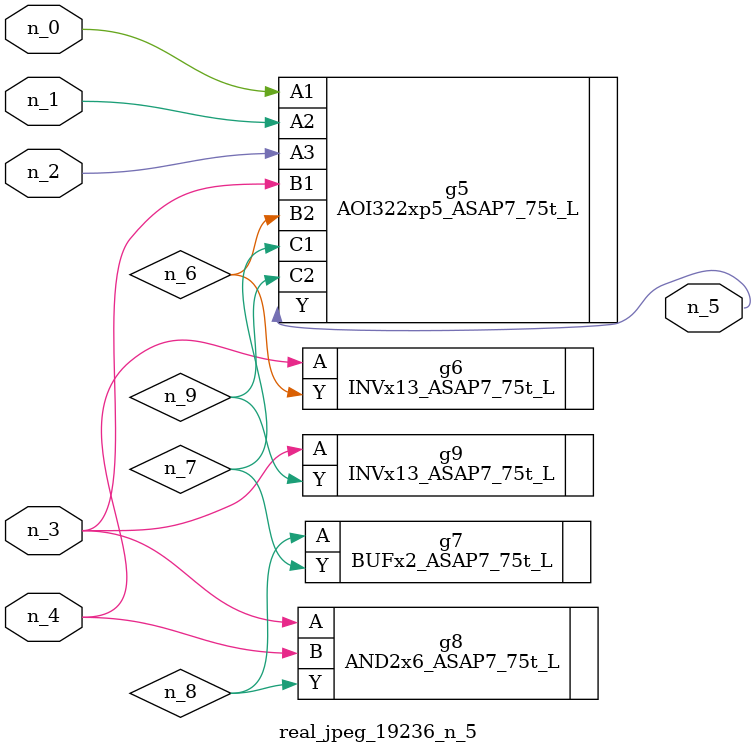
<source format=v>
module real_jpeg_19236_n_5 (n_4, n_0, n_1, n_2, n_3, n_5);

input n_4;
input n_0;
input n_1;
input n_2;
input n_3;

output n_5;

wire n_8;
wire n_6;
wire n_7;
wire n_9;

AOI322xp5_ASAP7_75t_L g5 ( 
.A1(n_0),
.A2(n_1),
.A3(n_2),
.B1(n_3),
.B2(n_6),
.C1(n_7),
.C2(n_9),
.Y(n_5)
);

AND2x6_ASAP7_75t_L g8 ( 
.A(n_3),
.B(n_4),
.Y(n_8)
);

INVx13_ASAP7_75t_L g9 ( 
.A(n_3),
.Y(n_9)
);

INVx13_ASAP7_75t_L g6 ( 
.A(n_4),
.Y(n_6)
);

BUFx2_ASAP7_75t_L g7 ( 
.A(n_8),
.Y(n_7)
);


endmodule
</source>
